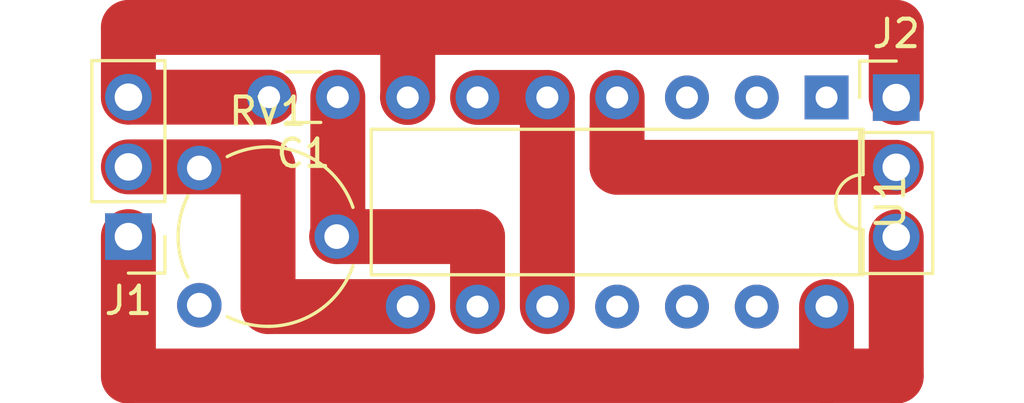
<source format=kicad_pcb>
(kicad_pcb (version 20211014) (generator pcbnew)
  (layers (0 "F.Cu" signal) (31 "B.Cu" signal) (34 "B.Paste" user) (35 "F.Paste" user) (36 "B.SilkS" user "B.Silkscreen") (37 "F.SilkS" user "F.Silkscreen") (38 "B.Mask" user) (39 "F.Mask" user) (44 "Edge.Cuts" user))
  (net 0 "")
  (net 1 "Net-(C1-Pad1)")
  (net 2 "GND")
  (net 3 "+5V")
  (net 4 "Net-(J1-Pad2)")
  (net 5 "Net-(J2-Pad2)")
  (net 9 "Net-(U1-Pad5)")
  (footprint "Connector_PinHeader_2.54mm:PinHeader_1x03_P2.54mm_Vertical" (layer "F.Cu") (at 148.59 90.185)
    (fp_text reference "J2" (at 0 -2.33) (layer "F.SilkS"))
    (fp_text value "Conn_01x03")
    (fp_line (start -1.33 -1.33) (end 0 -1.33) (layer "F.SilkS") (width 0.12))
    (fp_line (start -1.33 0) (end -1.33 -1.33) (layer "F.SilkS") (width 0.12))
    (fp_line (start -1.33 6.41) (end 1.33 6.41) (layer "F.SilkS") (width 0.12))
    (fp_line (start -1.33 1.27) (end 1.33 1.27) (layer "F.SilkS") (width 0.12))
    (fp_line (start -1.33 1.27) (end -1.33 6.41) (layer "F.SilkS") (width 0.12))
    (fp_line (start 1.33 1.27) (end 1.33 6.41) (layer "F.SilkS") (width 0.12))
    (pad "1" thru_hole rect (at 0 0) (size 1.7 1.7) (drill 1) (layers *.Cu *.Mask) (net 2 "GND"))
    (pad "2" thru_hole oval (at 0 2.54) (size 1.7 1.7) (drill 1) (layers *.Cu *.Mask) (net 5 "Net-(J2-Pad2)"))
    (pad "3" thru_hole oval (at 0 5.08) (size 1.7 1.7) (drill 1) (layers *.Cu *.Mask) (net 3 "+5V"))
  )
  (footprint "Connector_PinHeader_2.54mm:PinHeader_1x03_P2.54mm_Vertical" (layer "F.Cu") (at 120.65 95.25 180)
    (fp_text reference "J1" (at 0 -2.33) (layer "F.SilkS"))
    (fp_text value "Conn_01x03")
    (fp_line (start 1.33 1.27) (end 1.33 6.41) (layer "F.SilkS") (width 0.12))
    (fp_line (start -1.33 1.27) (end 1.33 1.27) (layer "F.SilkS") (width 0.12))
    (fp_line (start -1.33 6.41) (end 1.33 6.41) (layer "F.SilkS") (width 0.12))
    (fp_line (start -1.33 -1.33) (end 0 -1.33) (layer "F.SilkS") (width 0.12))
    (fp_line (start -1.33 1.27) (end -1.33 6.41) (layer "F.SilkS") (width 0.12))
    (fp_line (start -1.33 0) (end -1.33 -1.33) (layer "F.SilkS") (width 0.12))
    (pad "1" thru_hole rect (at 0 0 180) (size 1.7 1.7) (drill 1) (layers *.Cu *.Mask) (net 3 "+5V"))
    (pad "2" thru_hole oval (at 0 2.54 180) (size 1.7 1.7) (drill 1) (layers *.Cu *.Mask) (net 4 "Net-(J1-Pad2)"))
    (pad "3" thru_hole oval (at 0 5.08 180) (size 1.7 1.7) (drill 1) (layers *.Cu *.Mask) (net 2 "GND"))
  )
  (footprint "Capacitor_THT:C_Disc_D3.0mm_W1.6mm_P2.50mm" (layer "F.Cu") (at 128.27 90.17 180)
    (fp_text reference "C1" (at 1.25 -2.05) (layer "F.SilkS"))
    (fp_text value "C")
    (fp_line (start 0.621 0.92) (end 1.879 0.92) (layer "F.SilkS") (width 0.12))
    (fp_line (start 0.621 -0.92) (end 1.879 -0.92) (layer "F.SilkS") (width 0.12))
    (pad "1" thru_hole circle (at 0 0 180) (size 1.6 1.6) (drill 0.8) (layers *.Cu *.Mask) (net 1 "Net-(C1-Pad1)"))
    (pad "2" thru_hole circle (at 2.5 0 180) (size 1.6 1.6) (drill 0.8) (layers *.Cu *.Mask) (net 2 "GND"))
  )
  (footprint "Potentiometer_THT:Potentiometer_Piher_PT-6-V_Vertical" (layer "F.Cu") (at 123.23 97.75)
    (fp_text reference "RV1" (at 2.5 -7.06) (layer "F.SilkS"))
    (fp_text value "R_Potentiometer")
    (fp_arc (start 1.016032 -5.413829) (mid 3.725524 -5.531609) (end 5.592 -3.564) (layer "F.SilkS") (width 0.12))
    (fp_arc (start 2.556863 0.770075) (mid 1.764071 0.686696) (end 1.015 0.414) (layer "F.SilkS") (width 0.12))
    (fp_arc (start 5.591846 -1.435392) (mid 4.398899 0.162158) (end 2.5 0.77) (layer "F.SilkS") (width 0.12))
    (fp_arc (start -0.413387 -1.014798) (mid -0.770114 -2.499325) (end -0.414 -3.984) (layer "F.SilkS") (width 0.12))
    (pad "1" thru_hole circle (at 0 0) (size 1.62 1.62) (drill 0.9) (layers *.Cu *.Mask))
    (pad "2" thru_hole circle (at 5 -2.5) (size 1.62 1.62) (drill 0.9) (layers *.Cu *.Mask) (net 1 "Net-(C1-Pad1)"))
    (pad "3" thru_hole circle (at 0 -5) (size 1.62 1.62) (drill 0.9) (layers *.Cu *.Mask) (net 4 "Net-(J1-Pad2)"))
  )
  (footprint "Package_DIP:DIP-14_W7.62mm" (layer "F.Cu") (at 146.055 90.18 -90)
    (fp_text reference "U1" (at 3.81 -2.33 90) (layer "F.SilkS"))
    (fp_text value "4093")
    (fp_line (start 6.46 16.57) (end 6.46 -1.33) (layer "F.SilkS") (width 0.12))
    (fp_line (start 1.16 -1.33) (end 1.16 16.57) (layer "F.SilkS") (width 0.12))
    (fp_line (start 6.46 -1.33) (end 4.81 -1.33) (layer "F.SilkS") (width 0.12))
    (fp_line (start 1.16 16.57) (end 6.46 16.57) (layer "F.SilkS") (width 0.12))
    (fp_line (start 2.81 -1.33) (end 1.16 -1.33) (layer "F.SilkS") (width 0.12))
    (fp_arc (start 4.81 -1.33) (mid 3.81 -0.33) (end 2.81 -1.33) (layer "F.SilkS") (width 0.12))
    (pad "1" thru_hole rect (at 0 0 270) (size 1.6 1.6) (drill 0.8) (layers *.Cu *.Mask))
    (pad "2" thru_hole oval (at 0 2.54 270) (size 1.6 1.6) (drill 0.8) (layers *.Cu *.Mask))
    (pad "3" thru_hole oval (at 0 5.08 270) (size 1.6 1.6) (drill 0.8) (layers *.Cu *.Mask))
    (pad "4" thru_hole oval (at 0 7.62 270) (size 1.6 1.6) (drill 0.8) (layers *.Cu *.Mask) (net 5 "Net-(J2-Pad2)"))
    (pad "5" thru_hole oval (at 0 10.16 270) (size 1.6 1.6) (drill 0.8) (layers *.Cu *.Mask) (net 9 "Net-(U1-Pad5)"))
    (pad "6" thru_hole oval (at 0 12.7 270) (size 1.6 1.6) (drill 0.8) (layers *.Cu *.Mask) (net 9 "Net-(U1-Pad5)"))
    (pad "7" thru_hole oval (at 0 15.24 270) (size 1.6 1.6) (drill 0.8) (layers *.Cu *.Mask) (net 2 "GND"))
    (pad "8" thru_hole oval (at 7.62 15.24 270) (size 1.6 1.6) (drill 0.8) (layers *.Cu *.Mask) (net 4 "Net-(J1-Pad2)"))
    (pad "9" thru_hole oval (at 7.62 12.7 270) (size 1.6 1.6) (drill 0.8) (layers *.Cu *.Mask) (net 1 "Net-(C1-Pad1)"))
    (pad "10" thru_hole oval (at 7.62 10.16 270) (size 1.6 1.6) (drill 0.8) (layers *.Cu *.Mask) (net 9 "Net-(U1-Pad5)"))
    (pad "11" thru_hole oval (at 7.62 7.62 270) (size 1.6 1.6) (drill 0.8) (layers *.Cu *.Mask))
    (pad "12" thru_hole oval (at 7.62 5.08 270) (size 1.6 1.6) (drill 0.8) (layers *.Cu *.Mask))
    (pad "13" thru_hole oval (at 7.62 2.54 270) (size 1.6 1.6) (drill 0.8) (layers *.Cu *.Mask))
    (pad "14" thru_hole oval (at 7.62 0 270) (size 1.6 1.6) (drill 0.8) (layers *.Cu *.Mask) (net 3 "+5V"))
  )
  (segment (start 128.23 95.25) (end 133.35 95.25) (width 2) (layer "F.Cu") (net 1))
  (segment (start 128.27 95.21) (end 128.23 95.25) (width 2) (layer "F.Cu") (net 1))
  (segment (start 133.355 95.255) (end 133.355 97.8) (width 2) (layer "F.Cu") (net 1))
  (segment (start 133.35 95.25) (end 133.355 95.255) (width 2) (layer "F.Cu") (net 1))
  (segment (start 128.27 90.17) (end 128.27 95.21) (width 2) (layer "F.Cu") (net 1))
  (segment (start 130.815 90.18) (end 130.815 87.635) (width 2) (layer "F.Cu") (net 2))
  (segment (start 130.805 90.17) (end 130.815 90.18) (width 2) (layer "F.Cu") (net 2))
  (segment (start 120.65 87.63) (end 120.65 90.17) (width 2) (layer "F.Cu") (net 2))
  (segment (start 148.59 87.63) (end 130.81 87.63) (width 2) (layer "F.Cu") (net 2))
  (segment (start 130.81 87.63) (end 120.65 87.63) (width 2) (layer "F.Cu") (net 2))
  (segment (start 148.59 90.185) (end 148.59 87.63) (width 2) (layer "F.Cu") (net 2))
  (segment (start 130.815 87.635) (end 130.81 87.63) (width 2) (layer "F.Cu") (net 2))
  (segment (start 120.65 90.17) (end 125.77 90.17) (width 2) (layer "F.Cu") (net 2))
  (segment (start 146.05 100.33) (end 148.59 100.33) (width 2) (layer "F.Cu") (net 3))
  (segment (start 148.59 100.33) (end 148.59 95.265) (width 2) (layer "F.Cu") (net 3))
  (segment (start 146.055 100.325) (end 146.05 100.33) (width 2) (layer "F.Cu") (net 3))
  (segment (start 146.055 97.8) (end 146.055 100.325) (width 2) (layer "F.Cu") (net 3))
  (segment (start 120.65 100.33) (end 146.05 100.33) (width 2) (layer "F.Cu") (net 3))
  (segment (start 120.65 95.25) (end 120.65 100.33) (width 2) (layer "F.Cu") (net 3))
  (segment (start 120.65 92.71) (end 125.73 92.71) (width 2) (layer "F.Cu") (net 4))
  (segment (start 130.815 97.8) (end 125.74 97.8) (width 2) (layer "F.Cu") (net 4))
  (segment (start 125.73 97.79) (end 125.73 92.71) (width 2) (layer "F.Cu") (net 4))
  (segment (start 125.74 97.8) (end 125.73 97.79) (width 2) (layer "F.Cu") (net 4))
  (segment (start 138.445 92.725) (end 148.59 92.725) (width 2) (layer "F.Cu") (net 5))
  (segment (start 138.435 91.31137) (end 138.43 91.31637) (width 2) (layer "F.Cu") (net 5))
  (segment (start 138.43 91.31637) (end 138.43 92.71) (width 2) (layer "F.Cu") (net 5))
  (segment (start 138.43 92.71) (end 138.445 92.725) (width 2) (layer "F.Cu") (net 5))
  (segment (start 138.435 90.18) (end 138.435 91.31137) (width 2) (layer "F.Cu") (net 5))
  (segment (start 135.895 97.8) (end 135.895 90.18) (width 2) (layer "F.Cu") (net 9))
  (segment (start 133.355 90.18) (end 135.895 90.18) (width 2) (layer "F.Cu") (net 9))
)
</source>
